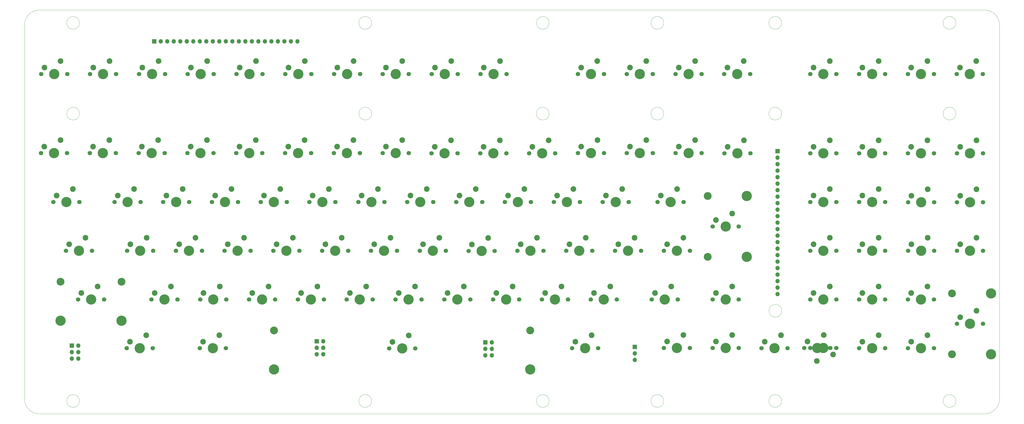
<source format=gts>
G04 #@! TF.GenerationSoftware,KiCad,Pcbnew,(5.1.9)-1*
G04 #@! TF.CreationDate,2021-05-20T15:13:42-04:00*
G04 #@! TF.ProjectId,cbm2mx,63626d32-6d78-42e6-9b69-6361645f7063,rev?*
G04 #@! TF.SameCoordinates,Original*
G04 #@! TF.FileFunction,Soldermask,Top*
G04 #@! TF.FilePolarity,Negative*
%FSLAX46Y46*%
G04 Gerber Fmt 4.6, Leading zero omitted, Abs format (unit mm)*
G04 Created by KiCad (PCBNEW (5.1.9)-1) date 2021-05-20 15:13:42*
%MOMM*%
%LPD*%
G01*
G04 APERTURE LIST*
G04 #@! TA.AperFunction,Profile*
%ADD10C,0.050000*%
G04 #@! TD*
%ADD11C,3.050000*%
%ADD12C,4.000000*%
%ADD13C,1.700000*%
%ADD14C,2.200000*%
%ADD15O,1.700000X1.700000*%
%ADD16R,1.700000X1.700000*%
G04 APERTURE END LIST*
D10*
X370444400Y-164439600D02*
G75*
G03*
X370444400Y-164439600I-2500000J0D01*
G01*
X325702300Y-276783800D02*
G75*
G03*
X325702300Y-276783800I-2500000J0D01*
G01*
X484452300Y-164439600D02*
G75*
G03*
X484452300Y-164439600I-2500000J0D01*
G01*
X256436500Y-164439600D02*
G75*
G03*
X256436500Y-164439600I-2500000J0D01*
G01*
X142428600Y-164439600D02*
G75*
G03*
X142428600Y-164439600I-2500000J0D01*
G01*
X325689600Y-164439600D02*
G75*
G03*
X325689600Y-164439600I-2500000J0D01*
G01*
X501472200Y-275971000D02*
X501472200Y-129768600D01*
X120929400Y-275971000D02*
X120929400Y-130136900D01*
X126834900Y-281813000D02*
X126771400Y-281813000D01*
X495630200Y-281813000D02*
X126834900Y-281813000D01*
X126771400Y-123926600D02*
X495630200Y-123926600D01*
X256423800Y-128955800D02*
G75*
G03*
X256423800Y-128955800I-2500000J0D01*
G01*
X484439600Y-128955800D02*
G75*
G03*
X484439600Y-128955800I-2500000J0D01*
G01*
X370431700Y-128955800D02*
G75*
G03*
X370431700Y-128955800I-2500000J0D01*
G01*
X416481900Y-241503200D02*
G75*
G03*
X416481900Y-241503200I-2500000J0D01*
G01*
X120929400Y-130136900D02*
X120929400Y-129768600D01*
X370431700Y-276783800D02*
G75*
G03*
X370431700Y-276783800I-2500000J0D01*
G01*
X416418400Y-276783800D02*
G75*
G03*
X416418400Y-276783800I-2500000J0D01*
G01*
X142403200Y-128955800D02*
G75*
G03*
X142403200Y-128955800I-2500000J0D01*
G01*
X495630200Y-123926600D02*
G75*
G02*
X501472200Y-129768600I0J-5842000D01*
G01*
X325702300Y-128955800D02*
G75*
G03*
X325702300Y-128955800I-2500000J0D01*
G01*
X142428600Y-276783800D02*
G75*
G03*
X142428600Y-276783800I-2500000J0D01*
G01*
X416418400Y-164439600D02*
G75*
G03*
X416418400Y-164439600I-2500000J0D01*
G01*
X256423800Y-276783800D02*
G75*
G03*
X256423800Y-276783800I-2500000J0D01*
G01*
X484452300Y-276783800D02*
G75*
G03*
X484452300Y-276783800I-2500000J0D01*
G01*
X120929400Y-129768600D02*
G75*
G02*
X126771400Y-123926600I5842000J0D01*
G01*
X501472200Y-275971000D02*
G75*
G02*
X495630200Y-281813000I-5842000J0D01*
G01*
X416418400Y-128955800D02*
G75*
G03*
X416418400Y-128955800I-2500000J0D01*
G01*
X126771400Y-281813000D02*
G75*
G02*
X120929400Y-275971000I0J5842000D01*
G01*
D11*
X387601700Y-196634000D03*
X387601700Y-220434000D03*
D12*
X402841700Y-220434000D03*
X402841700Y-196634000D03*
D13*
X399681700Y-208534000D03*
X389521700Y-208534000D03*
D12*
X394601700Y-208534000D03*
D14*
X390791700Y-205994000D03*
X397141700Y-203454000D03*
D13*
X404253700Y-179920900D03*
X394093700Y-179920900D03*
D12*
X399173700Y-179920900D03*
D14*
X395363700Y-177380900D03*
X401713700Y-174840900D03*
X435254400Y-232016300D03*
X428904400Y-234556300D03*
D12*
X432714400Y-237096300D03*
D13*
X427634400Y-237096300D03*
X437794400Y-237096300D03*
X175780700Y-148958300D03*
X165620700Y-148958300D03*
D12*
X170700700Y-148958300D03*
D14*
X166890700Y-146418300D03*
X173240700Y-143878300D03*
D13*
X251853700Y-179882800D03*
X241693700Y-179882800D03*
D12*
X246773700Y-179882800D03*
D14*
X242963700Y-177342800D03*
X249313700Y-174802800D03*
D13*
X361594400Y-218046300D03*
X351434400Y-218046300D03*
D12*
X356514400Y-218046300D03*
D14*
X352704400Y-215506300D03*
X359054400Y-212966300D03*
D13*
X194805300Y-148958300D03*
X184645300Y-148958300D03*
D12*
X189725300Y-148958300D03*
D14*
X185915300Y-146418300D03*
X192265300Y-143878300D03*
D11*
X318338300Y-249222500D03*
X218338300Y-249222500D03*
D12*
X218338300Y-264462500D03*
X318338300Y-264462500D03*
D13*
X273418300Y-256222500D03*
X263258300Y-256222500D03*
D12*
X268338300Y-256222500D03*
D14*
X264528300Y-253682500D03*
X270878300Y-251142500D03*
D15*
X303314100Y-258953000D03*
X300774100Y-258953000D03*
X303314100Y-256413000D03*
X300774100Y-256413000D03*
X303314100Y-253873000D03*
D16*
X300774100Y-253873000D03*
D15*
X237553500Y-258508500D03*
X235013500Y-258508500D03*
X237553500Y-255968500D03*
X235013500Y-255968500D03*
X237553500Y-253428500D03*
D16*
X235013500Y-253428500D03*
D11*
X158839000Y-230121700D03*
X135039000Y-230121700D03*
D12*
X135039000Y-245361700D03*
X158839000Y-245361700D03*
D13*
X152019000Y-237121700D03*
X141859000Y-237121700D03*
D12*
X146939000Y-237121700D03*
D14*
X143129000Y-234581700D03*
X149479000Y-232041700D03*
D13*
X427634400Y-256095500D03*
X437794400Y-256095500D03*
D12*
X432714400Y-256095500D03*
D14*
X436524400Y-258635500D03*
X430174400Y-261175500D03*
D13*
X435394100Y-256082800D03*
X425234100Y-256082800D03*
D12*
X430314100Y-256082800D03*
D14*
X426504100Y-253542800D03*
X432854100Y-251002800D03*
D15*
X359117900Y-260705600D03*
X359117900Y-258165600D03*
D16*
X359117900Y-255625600D03*
D13*
X418706300Y-256120900D03*
X408546300Y-256120900D03*
D12*
X413626300Y-256120900D03*
D14*
X409816300Y-253580900D03*
X416166300Y-251040900D03*
D13*
X380631700Y-256095500D03*
X370471700Y-256095500D03*
D12*
X375551700Y-256095500D03*
D14*
X371741700Y-253555500D03*
X378091700Y-251015500D03*
D13*
X399694400Y-256095500D03*
X389534400Y-256095500D03*
D12*
X394614400Y-256095500D03*
D14*
X390804400Y-253555500D03*
X397154400Y-251015500D03*
D13*
X378167900Y-199021700D03*
X368007900Y-199021700D03*
D12*
X373087900Y-199021700D03*
D14*
X369277900Y-196481700D03*
X375627900Y-193941700D03*
D11*
X482902500Y-234695900D03*
X482902500Y-258495900D03*
D12*
X498142500Y-258495900D03*
X498142500Y-234695900D03*
D13*
X494982500Y-246595900D03*
X484822500Y-246595900D03*
D12*
X489902500Y-246595900D03*
D14*
X486092500Y-244055900D03*
X492442500Y-241515900D03*
D13*
X344805000Y-256159000D03*
X334645000Y-256159000D03*
D12*
X339725000Y-256159000D03*
D14*
X335915000Y-253619000D03*
X342265000Y-251079000D03*
D13*
X199555100Y-256184400D03*
X189395100Y-256184400D03*
D12*
X194475100Y-256184400D03*
D14*
X190665100Y-253644400D03*
X197015100Y-251104400D03*
D13*
X375881900Y-237109000D03*
X365721900Y-237109000D03*
D12*
X370801900Y-237109000D03*
D14*
X366991900Y-234569000D03*
X373341900Y-232029000D03*
D13*
X147320000Y-218020900D03*
X137160000Y-218020900D03*
D12*
X142240000Y-218020900D03*
D14*
X138430000Y-215480900D03*
X144780000Y-212940900D03*
D15*
X227444300Y-136156700D03*
X224904300Y-136156700D03*
X222364300Y-136156700D03*
X219824300Y-136156700D03*
X217284300Y-136156700D03*
X214744300Y-136156700D03*
X212204300Y-136156700D03*
X209664300Y-136156700D03*
X207124300Y-136156700D03*
X204584300Y-136156700D03*
X202044300Y-136156700D03*
X199504300Y-136156700D03*
X196964300Y-136156700D03*
X194424300Y-136156700D03*
X191884300Y-136156700D03*
X189344300Y-136156700D03*
X186804300Y-136156700D03*
X184264300Y-136156700D03*
X181724300Y-136156700D03*
X179184300Y-136156700D03*
X176644300Y-136156700D03*
X174104300Y-136156700D03*
D16*
X171564300Y-136156700D03*
D15*
X414845500Y-235013500D03*
X414845500Y-232473500D03*
X414845500Y-229933500D03*
X414845500Y-227393500D03*
X414845500Y-224853500D03*
X414845500Y-222313500D03*
X414845500Y-219773500D03*
X414845500Y-217233500D03*
X414845500Y-214693500D03*
X414845500Y-212153500D03*
X414845500Y-209613500D03*
X414845500Y-207073500D03*
X414845500Y-204533500D03*
X414845500Y-201993500D03*
X414845500Y-199453500D03*
X414845500Y-196913500D03*
X414845500Y-194373500D03*
X414845500Y-191833500D03*
X414845500Y-189293500D03*
X414845500Y-186753500D03*
X414845500Y-184213500D03*
X414845500Y-181673500D03*
D16*
X414845500Y-179133500D03*
D13*
X170967400Y-256146300D03*
X160807400Y-256146300D03*
D12*
X165887400Y-256146300D03*
D14*
X162077400Y-253606300D03*
X168427400Y-251066300D03*
D13*
X142354300Y-199021700D03*
X132194300Y-199021700D03*
D12*
X137274300Y-199021700D03*
D14*
X133464300Y-196481700D03*
X139814300Y-193941700D03*
D13*
X218719400Y-237096300D03*
X208559400Y-237096300D03*
D12*
X213639400Y-237096300D03*
D14*
X209829400Y-234556300D03*
X216179400Y-232016300D03*
D13*
X199656700Y-237109000D03*
X189496700Y-237109000D03*
D12*
X194576700Y-237109000D03*
D14*
X190766700Y-234569000D03*
X197116700Y-232029000D03*
D13*
X366166400Y-179908200D03*
X356006400Y-179908200D03*
D12*
X361086400Y-179908200D03*
D14*
X357276400Y-177368200D03*
X363626400Y-174828200D03*
D13*
X494969800Y-148958300D03*
X484809800Y-148958300D03*
D12*
X489889800Y-148958300D03*
D14*
X486079800Y-146418300D03*
X492429800Y-143878300D03*
D13*
X347141800Y-148958300D03*
X336981800Y-148958300D03*
D12*
X342061800Y-148958300D03*
D14*
X338251800Y-146418300D03*
X344436300Y-143878300D03*
D13*
X270941800Y-148958300D03*
X260781800Y-148958300D03*
D12*
X265861800Y-148958300D03*
D14*
X262051800Y-146418300D03*
X268401800Y-143878300D03*
D13*
X232892600Y-148958300D03*
X222732600Y-148958300D03*
D12*
X227812600Y-148958300D03*
D14*
X224002600Y-146418300D03*
X230352600Y-143878300D03*
D13*
X475919800Y-256146300D03*
X465759800Y-256146300D03*
D12*
X470839800Y-256146300D03*
D14*
X467029800Y-253606300D03*
X473379800Y-251066300D03*
D13*
X456857100Y-256159000D03*
X446697100Y-256159000D03*
D12*
X451777100Y-256159000D03*
D14*
X447967100Y-253619000D03*
X454317100Y-251079000D03*
D13*
X380644400Y-218084400D03*
X370484400Y-218084400D03*
D12*
X375564400Y-218084400D03*
D14*
X371754400Y-215544400D03*
X378104400Y-213004400D03*
D13*
X352094800Y-237134400D03*
X341934800Y-237134400D03*
D12*
X347014800Y-237134400D03*
D14*
X343204800Y-234594400D03*
X349554800Y-232054400D03*
D13*
X333032100Y-237109000D03*
X322872100Y-237109000D03*
D12*
X327952100Y-237109000D03*
D14*
X324142100Y-234569000D03*
X330492100Y-232029000D03*
D13*
X275894800Y-237121700D03*
X265734800Y-237121700D03*
D12*
X270814800Y-237121700D03*
D14*
X267004800Y-234581700D03*
X273354800Y-232041700D03*
D13*
X256832100Y-237121700D03*
X246672100Y-237121700D03*
D12*
X251752100Y-237121700D03*
D14*
X247942100Y-234581700D03*
X254292100Y-232041700D03*
D13*
X237769400Y-237109000D03*
X227609400Y-237109000D03*
D12*
X232689400Y-237109000D03*
D14*
X228879400Y-234569000D03*
X235229400Y-232029000D03*
D13*
X190182500Y-218071700D03*
X180022500Y-218071700D03*
D12*
X185102500Y-218071700D03*
D14*
X181292500Y-215531700D03*
X187642500Y-212991700D03*
D13*
X385216400Y-179908200D03*
X375056400Y-179908200D03*
D12*
X380136400Y-179908200D03*
D14*
X376326400Y-177368200D03*
X382676400Y-174828200D03*
D13*
X185242200Y-199021700D03*
X175082200Y-199021700D03*
D12*
X180162200Y-199021700D03*
D14*
X176352200Y-196481700D03*
X182702200Y-193941700D03*
D13*
X175653700Y-179857400D03*
X165493700Y-179857400D03*
D12*
X170573700Y-179857400D03*
D14*
X166763700Y-177317400D03*
X173113700Y-174777400D03*
D13*
X437807100Y-148958300D03*
X427647100Y-148958300D03*
D12*
X432727100Y-148958300D03*
D14*
X428917100Y-146418300D03*
X435267100Y-143878300D03*
D15*
X141947900Y-260235700D03*
X139407900Y-260235700D03*
X141947900Y-257695700D03*
X139407900Y-257695700D03*
X141947900Y-255155700D03*
D16*
X139407900Y-255155700D03*
D14*
X473379800Y-143878300D03*
X467029800Y-146418300D03*
D12*
X470839800Y-148958300D03*
D13*
X465759800Y-148958300D03*
X475919800Y-148958300D03*
D14*
X244779800Y-212991700D03*
X238429800Y-215531700D03*
D12*
X242239800Y-218071700D03*
D13*
X237159800Y-218071700D03*
X247319800Y-218071700D03*
X399681700Y-237096300D03*
X389521700Y-237096300D03*
D12*
X394601700Y-237096300D03*
D14*
X390791700Y-234556300D03*
X397141700Y-232016300D03*
X239750600Y-193941700D03*
X233400600Y-196481700D03*
D12*
X237210600Y-199021700D03*
D13*
X232130600Y-199021700D03*
X242290600Y-199021700D03*
X313982100Y-237121700D03*
X303822100Y-237121700D03*
D12*
X308902100Y-237121700D03*
D14*
X305092100Y-234581700D03*
X311442100Y-232041700D03*
D13*
X228269800Y-218084400D03*
X218109800Y-218084400D03*
D12*
X223189800Y-218084400D03*
D14*
X219379800Y-215544400D03*
X225729800Y-213004400D03*
D13*
X156705300Y-148958300D03*
X146545300Y-148958300D03*
D12*
X151625300Y-148958300D03*
D14*
X147815300Y-146418300D03*
X154165300Y-143878300D03*
X292404800Y-232041700D03*
X286054800Y-234581700D03*
D12*
X289864800Y-237121700D03*
D13*
X284784800Y-237121700D03*
X294944800Y-237121700D03*
X266319000Y-218071700D03*
X256159000Y-218071700D03*
D12*
X261239000Y-218071700D03*
D14*
X257429000Y-215531700D03*
X263779000Y-212991700D03*
X135013300Y-143878300D03*
X128752600Y-146418300D03*
D12*
X132562600Y-148958300D03*
D13*
X127482600Y-148958300D03*
X137642600Y-148958300D03*
D14*
X211315300Y-143878300D03*
X204965300Y-146418300D03*
D12*
X208775300Y-148958300D03*
D13*
X203695300Y-148958300D03*
X213855300Y-148958300D03*
D14*
X249389900Y-143878300D03*
X243039900Y-146418300D03*
D12*
X246849900Y-148958300D03*
D13*
X241769900Y-148958300D03*
X251929900Y-148958300D03*
D14*
X287464500Y-143878300D03*
X281114500Y-146418300D03*
D12*
X284924500Y-148958300D03*
D13*
X279844500Y-148958300D03*
X290004500Y-148958300D03*
X309079900Y-148958300D03*
X298919900Y-148958300D03*
D12*
X303999900Y-148958300D03*
D14*
X300189900Y-146418300D03*
X306539900Y-143878300D03*
D13*
X366128300Y-148945600D03*
X355968300Y-148945600D03*
D12*
X361048300Y-148945600D03*
D14*
X357238300Y-146405600D03*
X363588300Y-143865600D03*
D13*
X456869800Y-148958300D03*
X446709800Y-148958300D03*
D12*
X451789800Y-148958300D03*
D14*
X447979800Y-146418300D03*
X454329800Y-143878300D03*
X135013700Y-174764700D03*
X128663700Y-177304700D03*
D12*
X132473700Y-179844700D03*
D13*
X127393700Y-179844700D03*
X137553700Y-179844700D03*
X156603700Y-179844700D03*
X146443700Y-179844700D03*
D12*
X151523700Y-179844700D03*
D14*
X147713700Y-177304700D03*
X154063700Y-174764700D03*
D13*
X194691000Y-179870100D03*
X184531000Y-179870100D03*
D12*
X189611000Y-179870100D03*
D14*
X185801000Y-177330100D03*
X192151000Y-174790100D03*
X211201000Y-174802800D03*
X204851000Y-177342800D03*
D12*
X208661000Y-179882800D03*
D13*
X203581000Y-179882800D03*
X213741000Y-179882800D03*
X232791000Y-179895500D03*
X222631000Y-179895500D03*
D12*
X227711000Y-179895500D03*
D14*
X223901000Y-177355500D03*
X230251000Y-174815500D03*
X268376400Y-174828200D03*
X262026400Y-177368200D03*
D12*
X265836400Y-179908200D03*
D13*
X260756400Y-179908200D03*
X270916400Y-179908200D03*
X289979100Y-179920900D03*
X279819100Y-179920900D03*
D12*
X284899100Y-179920900D03*
D14*
X281089100Y-177380900D03*
X287439100Y-174840900D03*
X306489100Y-174840900D03*
X300139100Y-177380900D03*
D12*
X303949100Y-179920900D03*
D13*
X298869100Y-179920900D03*
X309029100Y-179920900D03*
X328066400Y-179920900D03*
X317906400Y-179920900D03*
D12*
X322986400Y-179920900D03*
D14*
X319176400Y-177380900D03*
X325526400Y-174840900D03*
D13*
X385165600Y-148932900D03*
X375005600Y-148932900D03*
D12*
X380085600Y-148932900D03*
D14*
X376275600Y-146392900D03*
X382625600Y-143852900D03*
X435229000Y-174879000D03*
X428879000Y-177419000D03*
D12*
X432689000Y-179959000D03*
D13*
X427609000Y-179959000D03*
X437769000Y-179959000D03*
X456793600Y-179959000D03*
X446633600Y-179959000D03*
D12*
X451713600Y-179959000D03*
D14*
X447903600Y-177419000D03*
X454253600Y-174879000D03*
X473379800Y-174879000D03*
X467029800Y-177419000D03*
D12*
X470839800Y-179959000D03*
D13*
X465759800Y-179959000D03*
X475919800Y-179959000D03*
X494982500Y-179933600D03*
X484822500Y-179933600D03*
D12*
X489902500Y-179933600D03*
D14*
X486092500Y-177393600D03*
X492442500Y-174853600D03*
D13*
X166217600Y-199021700D03*
X156057600Y-199021700D03*
D12*
X161137600Y-199021700D03*
D14*
X157327600Y-196481700D03*
X163677600Y-193941700D03*
D13*
X204304900Y-199021700D03*
X194144900Y-199021700D03*
D12*
X199224900Y-199021700D03*
D14*
X195414900Y-196481700D03*
X201764900Y-193941700D03*
X220789500Y-193941700D03*
X214439500Y-196481700D03*
D12*
X218249500Y-199021700D03*
D13*
X213169500Y-199021700D03*
X223329500Y-199021700D03*
D14*
X277914100Y-193941700D03*
X271564100Y-196481700D03*
D12*
X275374100Y-199021700D03*
D13*
X270294100Y-199021700D03*
X280454100Y-199021700D03*
X299643800Y-199021700D03*
X289483800Y-199021700D03*
D12*
X294563800Y-199021700D03*
D14*
X290753800Y-196481700D03*
X297103800Y-193941700D03*
X316064900Y-193941700D03*
X309714900Y-196481700D03*
D12*
X313524900Y-199021700D03*
D13*
X308444900Y-199021700D03*
X318604900Y-199021700D03*
X347116400Y-179908200D03*
X336956400Y-179908200D03*
D12*
X342036400Y-179908200D03*
D14*
X338226400Y-177368200D03*
X344576400Y-174828200D03*
D13*
X404202900Y-148958300D03*
X394042900Y-148958300D03*
D12*
X399122900Y-148958300D03*
D14*
X395312900Y-146418300D03*
X401662900Y-143878300D03*
X435229000Y-193941700D03*
X428879000Y-196481700D03*
D12*
X432689000Y-199021700D03*
D13*
X427609000Y-199021700D03*
X437769000Y-199021700D03*
X456844400Y-199009000D03*
X446684400Y-199009000D03*
D12*
X451764400Y-199009000D03*
D14*
X447954400Y-196469000D03*
X454304400Y-193929000D03*
X473417900Y-193967100D03*
X467067900Y-196507100D03*
D12*
X470877900Y-199047100D03*
D13*
X465797900Y-199047100D03*
X475957900Y-199047100D03*
X494995200Y-199047100D03*
X484835200Y-199047100D03*
D12*
X489915200Y-199047100D03*
D14*
X486105200Y-196507100D03*
X492455200Y-193967100D03*
D13*
X171145200Y-218046300D03*
X160985200Y-218046300D03*
D12*
X166065200Y-218046300D03*
D14*
X162255200Y-215506300D03*
X168605200Y-212966300D03*
D13*
X209219800Y-218071700D03*
X199059800Y-218071700D03*
D12*
X204139800Y-218071700D03*
D14*
X200329800Y-215531700D03*
X206679800Y-212991700D03*
D13*
X261378700Y-199021700D03*
X251218700Y-199021700D03*
D12*
X256298700Y-199021700D03*
D14*
X252488700Y-196481700D03*
X258838700Y-193941700D03*
X282829000Y-212979000D03*
X276479000Y-215519000D03*
D12*
X280289000Y-218059000D03*
D13*
X275209000Y-218059000D03*
X285369000Y-218059000D03*
X304419000Y-218097100D03*
X294259000Y-218097100D03*
D12*
X299339000Y-218097100D03*
D14*
X295529000Y-215557100D03*
X301879000Y-213017100D03*
X320941700Y-213004400D03*
X314591700Y-215544400D03*
D12*
X318401700Y-218084400D03*
D13*
X313321700Y-218084400D03*
X323481700Y-218084400D03*
X337680300Y-199021700D03*
X327520300Y-199021700D03*
D12*
X332600300Y-199021700D03*
D14*
X328790300Y-196481700D03*
X335140300Y-193941700D03*
X435267100Y-212953600D03*
X428917100Y-215493600D03*
D12*
X432727100Y-218033600D03*
D13*
X427647100Y-218033600D03*
X437807100Y-218033600D03*
X456857100Y-218033600D03*
X446697100Y-218033600D03*
D12*
X451777100Y-218033600D03*
D14*
X447967100Y-215493600D03*
X454317100Y-212953600D03*
X473405200Y-212991700D03*
X467055200Y-215531700D03*
D12*
X470865200Y-218071700D03*
D13*
X465785200Y-218071700D03*
X475945200Y-218071700D03*
X494995200Y-218071700D03*
X484835200Y-218071700D03*
D12*
X489915200Y-218071700D03*
D14*
X486105200Y-215531700D03*
X492455200Y-212991700D03*
D13*
X180606700Y-237109000D03*
X170446700Y-237109000D03*
D12*
X175526700Y-237109000D03*
D14*
X171716700Y-234569000D03*
X178066700Y-232029000D03*
X340004400Y-212991700D03*
X333654400Y-215531700D03*
D12*
X337464400Y-218071700D03*
D13*
X332384400Y-218071700D03*
X342544400Y-218071700D03*
X356743000Y-199021700D03*
X346583000Y-199021700D03*
D12*
X351663000Y-199021700D03*
D14*
X347853000Y-196481700D03*
X354203000Y-193941700D03*
D13*
X456857100Y-237070900D03*
X446697100Y-237070900D03*
D12*
X451777100Y-237070900D03*
D14*
X447967100Y-234530900D03*
X454317100Y-231990900D03*
X473354400Y-232003600D03*
X467004400Y-234543600D03*
D12*
X470814400Y-237083600D03*
D13*
X465734400Y-237083600D03*
X475894400Y-237083600D03*
M02*

</source>
